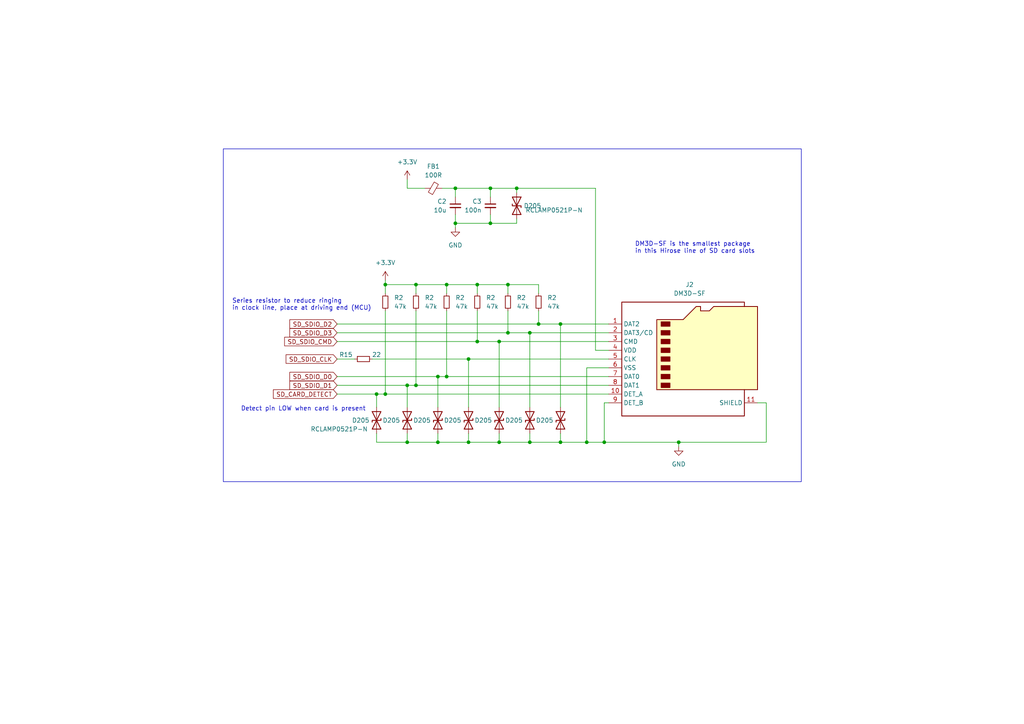
<source format=kicad_sch>
(kicad_sch (version 20231120) (generator "eeschema") (generator_version "8.0")
  (paper "A4")
  (lib_symbols
    (symbol "Connector:Micro_SD_Card_Det2"
      (property "Reference" "J" (at -16.51 17.78 0))
      (property "Value" "Micro_SD_Card_Det2" (at 16.51 17.78 0))
      (symbol "Micro_SD_Card_Det2_0_1"
        (rectangle (start -7.62 -6.985) (end -5.08 -8.255) (stroke (width 0.254)) (fill (type outline)))
        (rectangle (start -7.62 -4.445) (end -5.08 -5.715) (stroke (width 0.254)) (fill (type outline)))
        (rectangle (start -7.62 -1.905) (end -5.08 -3.175) (stroke (width 0.254)) (fill (type outline)))
        (rectangle (start -7.62 0.635) (end -5.08 -0.635) (stroke (width 0.254)) (fill (type outline)))
        (rectangle (start -7.62 3.175) (end -5.08 1.905) (stroke (width 0.254)) (fill (type outline)))
        (rectangle (start -7.62 5.715) (end -5.08 4.445) (stroke (width 0.254)) (fill (type outline)))
        (rectangle (start -7.62 8.255) (end -5.08 6.985) (stroke (width 0.254)) (fill (type outline)))
        (rectangle (start -7.62 10.795) (end -5.08 9.525) (stroke (width 0.254)) (fill (type outline)))
        (polyline (pts (xy 16.51 15.24) (xy 16.51 16.51) (xy -19.05 16.51) (xy -19.05 -16.51) (xy 16.51 -16.51) (xy 16.51 -8.89)) (stroke (width 0.254)))
        (polyline (pts (xy -8.89 -8.89) (xy -8.89 11.43) (xy -1.27 11.43) (xy 2.54 15.24) (xy 3.81 15.24) (xy 3.81 13.97) (xy 6.35 13.97) (xy 7.62 15.24) (xy 20.32 15.24) (xy 20.32 -8.89) (xy -8.89 -8.89)) (stroke (width 0.254)) (fill (type background)))
      )
      (symbol "Micro_SD_Card_Det2_1_1"
        (pin bidirectional line (at -22.86 10.16 0) (length 3.81) (name "DAT2") (number "1"))
        (pin passive line (at -22.86 -10.16 0) (length 3.81) (name "DET_A") (number "10"))
        (pin passive line (at 20.32 -12.7 180) (length 3.81) (name "SHIELD") (number "11"))
        (pin bidirectional line (at -22.86 7.62 0) (length 3.81) (name "DAT3/CD") (number "2"))
        (pin input line (at -22.86 5.08 0) (length 3.81) (name "CMD") (number "3"))
        (pin power_in line (at -22.86 2.54 0) (length 3.81) (name "VDD") (number "4"))
        (pin input line (at -22.86 0 0) (length 3.81) (name "CLK") (number "5"))
        (pin power_in line (at -22.86 -2.54 0) (length 3.81) (name "VSS") (number "6"))
        (pin bidirectional line (at -22.86 -5.08 0) (length 3.81) (name "DAT0") (number "7"))
        (pin bidirectional line (at -22.86 -7.62 0) (length 3.81) (name "DAT1") (number "8"))
        (pin passive line (at -22.86 -12.7 0) (length 3.81) (name "DET_B") (number "9"))
      )
    )
    (symbol "Device:C_Small" (pin_numbers hide) (pin_names (offset 0.254) hide)
      (property "Reference" "C" (at 0.254 1.778 0))
      (property "Value" "C_Small" (at 0.254 -2.032 0))
      (symbol "C_Small_0_1"
        (polyline (pts (xy -1.524 -0.508) (xy 1.524 -0.508)) (stroke (width 0.3302)))
        (polyline (pts (xy -1.524 0.508) (xy 1.524 0.508)) (stroke (width 0.3048)))
      )
      (symbol "C_Small_1_1"
        (pin passive line (at 0 2.54 270) (length 2.032) (name "~") (number "1"))
        (pin passive line (at 0 -2.54 90) (length 2.032) (name "~") (number "2"))
      )
    )
    (symbol "Device:D_TVS" (pin_numbers hide) (pin_names (offset 1.016) hide)
      (property "Reference" "D" (at 0 2.54 0))
      (property "Value" "D_TVS" (at 0 -2.54 0))
      (symbol "D_TVS_0_1"
        (polyline (pts (xy 1.27 0) (xy -1.27 0)))
        (polyline (pts (xy 0.508 1.27) (xy 0 1.27) (xy 0 -1.27) (xy -0.508 -1.27)) (stroke (width 0.254)))
        (polyline (pts (xy -2.54 1.27) (xy -2.54 -1.27) (xy 2.54 1.27) (xy 2.54 -1.27) (xy -2.54 1.27)) (stroke (width 0.254)))
      )
      (symbol "D_TVS_1_1"
        (pin passive line (at -3.81 0 0) (length 2.54) (name "A1") (number "1"))
        (pin passive line (at 3.81 0 180) (length 2.54) (name "A2") (number "2"))
      )
    )
    (symbol "Device:FerriteBead_Small" (pin_numbers hide) (pin_names (offset 0))
      (property "Reference" "FB" (at 1.905 1.27 0))
      (property "Value" "FerriteBead_Small" (at 1.905 -1.27 0))
      (symbol "FerriteBead_Small_0_1"
        (polyline (pts (xy 0 -1.27) (xy 0 -0.7874)))
        (polyline (pts (xy 0 0.889) (xy 0 1.2954)))
        (polyline (pts (xy -1.8288 0.2794) (xy -1.1176 1.4986) (xy 1.8288 -0.2032) (xy 1.1176 -1.4224) (xy -1.8288 0.2794)))
      )
      (symbol "FerriteBead_Small_1_1"
        (pin passive line (at 0 2.54 270) (length 1.27) (name "~") (number "1"))
        (pin passive line (at 0 -2.54 90) (length 1.27) (name "~") (number "2"))
      )
    )
    (symbol "Device:R_Small" (pin_numbers hide) (pin_names (offset 0.254) hide)
      (property "Reference" "R" (at 0.762 0.508 0))
      (property "Value" "R_Small" (at 0.762 -1.016 0))
      (symbol "R_Small_0_1"
        (rectangle (start -0.762 1.778) (end 0.762 -1.778) (stroke (width 0.2032)))
      )
      (symbol "R_Small_1_1"
        (pin passive line (at 0 2.54 270) (length 0.762) (name "~") (number "1"))
        (pin passive line (at 0 -2.54 90) (length 0.762) (name "~") (number "2"))
      )
    )
    (symbol "power:+3.3V" (power) (pin_names (offset 0))
      (property "Value" "+3.3V" (at 0 3.556 0))
      (symbol "+3.3V_0_1"
        (polyline (pts (xy -0.762 1.27) (xy 0 2.54)))
        (polyline (pts (xy 0 0) (xy 0 2.54)))
        (polyline (pts (xy 0 2.54) (xy 0.762 1.27)))
      )
      (symbol "+3.3V_1_1"
        (pin power_in line (at 0 0 90) (length 0) hide (name "+3.3V") (number "1"))
      )
    )
    (symbol "power:GND" (power) (pin_names (offset 0))
      (property "Value" "GND" (at 0 -3.81 0))
      (symbol "GND_0_1"
        (polyline (pts (xy 0 0) (xy 0 -1.27) (xy 1.27 -1.27) (xy 0 -2.54) (xy -1.27 -1.27) (xy 0 -1.27)))
      )
      (symbol "GND_1_1"
        (pin power_in line (at 0 0 270) (length 0) hide (name "GND") (number "1"))
      )
    )
  )
  (junction (at 142.24 64.77))
  (junction (at 156.21 93.98))
  (junction (at 135.89 104.14))
  (junction (at 170.18 128.27))
  (junction (at 162.56 128.27))
  (junction (at 147.32 96.52))
  (junction (at 129.54 82.55))
  (junction (at 118.11 128.27))
  (junction (at 142.24 54.61))
  (junction (at 132.08 54.61))
  (junction (at 127 128.27))
  (junction (at 120.65 111.76))
  (junction (at 118.11 111.76))
  (junction (at 132.08 64.77))
  (junction (at 111.76 114.3))
  (junction (at 147.32 82.55))
  (junction (at 162.56 93.98))
  (junction (at 129.54 109.22))
  (junction (at 144.78 99.06))
  (junction (at 144.78 128.27))
  (junction (at 120.65 82.55))
  (junction (at 127 109.22))
  (junction (at 138.43 99.06))
  (junction (at 153.67 128.27))
  (junction (at 153.67 96.52))
  (junction (at 135.89 128.27))
  (junction (at 138.43 82.55))
  (junction (at 149.86 54.61))
  (junction (at 175.26 128.27))
  (junction (at 111.76 82.55))
  (junction (at 196.85 128.27))
  (junction (at 109.22 114.3))
  (wire (pts (xy 170.18 128.27) (xy 175.26 128.27)))
  (wire (pts (xy 138.43 90.17) (xy 138.43 99.06)))
  (wire (pts (xy 118.11 52.07) (xy 118.11 54.61)))
  (wire (pts (xy 147.32 82.55) (xy 147.32 85.09)))
  (wire (pts (xy 132.08 54.61) (xy 142.24 54.61)))
  (wire (pts (xy 120.65 111.76) (xy 176.53 111.76)))
  (wire (pts (xy 97.79 111.76) (xy 118.11 111.76)))
  (wire (pts (xy 156.21 90.17) (xy 156.21 93.98)))
  (wire (pts (xy 219.71 116.84) (xy 222.25 116.84)))
  (wire (pts (xy 97.79 96.52) (xy 147.32 96.52)))
  (wire (pts (xy 138.43 82.55) (xy 129.54 82.55)))
  (wire (pts (xy 144.78 99.06) (xy 144.78 118.11)))
  (wire (pts (xy 135.89 104.14) (xy 176.53 104.14)))
  (wire (pts (xy 142.24 64.77) (xy 149.86 64.77)))
  (wire (pts (xy 120.65 82.55) (xy 120.65 85.09)))
  (wire (pts (xy 111.76 82.55) (xy 111.76 85.09)))
  (wire (pts (xy 142.24 62.23) (xy 142.24 64.77)))
  (wire (pts (xy 132.08 54.61) (xy 132.08 57.15)))
  (wire (pts (xy 127 128.27) (xy 135.89 128.27)))
  (wire (pts (xy 147.32 96.52) (xy 153.67 96.52)))
  (wire (pts (xy 162.56 128.27) (xy 170.18 128.27)))
  (wire (pts (xy 175.26 116.84) (xy 176.53 116.84)))
  (wire (pts (xy 135.89 125.73) (xy 135.89 128.27)))
  (wire (pts (xy 142.24 54.61) (xy 149.86 54.61)))
  (wire (pts (xy 142.24 54.61) (xy 142.24 57.15)))
  (wire (pts (xy 129.54 109.22) (xy 176.53 109.22)))
  (wire (pts (xy 129.54 82.55) (xy 120.65 82.55)))
  (wire (pts (xy 97.79 93.98) (xy 156.21 93.98)))
  (wire (pts (xy 111.76 114.3) (xy 176.53 114.3)))
  (wire (pts (xy 156.21 93.98) (xy 162.56 93.98)))
  (wire (pts (xy 196.85 128.27) (xy 196.85 129.54)))
  (wire (pts (xy 132.08 64.77) (xy 132.08 66.04)))
  (wire (pts (xy 120.65 90.17) (xy 120.65 111.76)))
  (wire (pts (xy 127 125.73) (xy 127 128.27)))
  (wire (pts (xy 170.18 106.68) (xy 176.53 106.68)))
  (wire (pts (xy 109.22 125.73) (xy 109.22 128.27)))
  (wire (pts (xy 118.11 128.27) (xy 127 128.27)))
  (wire (pts (xy 111.76 81.28) (xy 111.76 82.55)))
  (wire (pts (xy 175.26 128.27) (xy 196.85 128.27)))
  (wire (pts (xy 127 109.22) (xy 129.54 109.22)))
  (wire (pts (xy 138.43 82.55) (xy 138.43 85.09)))
  (wire (pts (xy 127 109.22) (xy 127 118.11)))
  (wire (pts (xy 162.56 125.73) (xy 162.56 128.27)))
  (wire (pts (xy 111.76 82.55) (xy 120.65 82.55)))
  (wire (pts (xy 132.08 62.23) (xy 132.08 64.77)))
  (wire (pts (xy 135.89 104.14) (xy 135.89 118.11)))
  (wire (pts (xy 97.79 104.14) (xy 102.87 104.14)))
  (wire (pts (xy 149.86 64.77) (xy 149.86 63.5)))
  (wire (pts (xy 118.11 111.76) (xy 120.65 111.76)))
  (wire (pts (xy 162.56 93.98) (xy 162.56 118.11)))
  (wire (pts (xy 107.95 104.14) (xy 135.89 104.14)))
  (wire (pts (xy 153.67 128.27) (xy 162.56 128.27)))
  (wire (pts (xy 144.78 128.27) (xy 153.67 128.27)))
  (wire (pts (xy 175.26 116.84) (xy 175.26 128.27)))
  (wire (pts (xy 156.21 85.09) (xy 156.21 82.55)))
  (wire (pts (xy 147.32 90.17) (xy 147.32 96.52)))
  (wire (pts (xy 138.43 99.06) (xy 144.78 99.06)))
  (wire (pts (xy 153.67 125.73) (xy 153.67 128.27)))
  (wire (pts (xy 153.67 96.52) (xy 153.67 118.11)))
  (wire (pts (xy 97.79 99.06) (xy 138.43 99.06)))
  (wire (pts (xy 176.53 101.6) (xy 172.72 101.6)))
  (wire (pts (xy 170.18 106.68) (xy 170.18 128.27)))
  (wire (pts (xy 118.11 111.76) (xy 118.11 118.11)))
  (wire (pts (xy 129.54 82.55) (xy 129.54 85.09)))
  (wire (pts (xy 156.21 82.55) (xy 147.32 82.55)))
  (wire (pts (xy 109.22 128.27) (xy 118.11 128.27)))
  (wire (pts (xy 135.89 128.27) (xy 144.78 128.27)))
  (wire (pts (xy 144.78 125.73) (xy 144.78 128.27)))
  (wire (pts (xy 147.32 82.55) (xy 138.43 82.55)))
  (wire (pts (xy 109.22 114.3) (xy 111.76 114.3)))
  (wire (pts (xy 118.11 125.73) (xy 118.11 128.27)))
  (wire (pts (xy 111.76 90.17) (xy 111.76 114.3)))
  (wire (pts (xy 153.67 96.52) (xy 176.53 96.52)))
  (wire (pts (xy 128.27 54.61) (xy 132.08 54.61)))
  (wire (pts (xy 129.54 90.17) (xy 129.54 109.22)))
  (wire (pts (xy 97.79 114.3) (xy 109.22 114.3)))
  (wire (pts (xy 132.08 64.77) (xy 142.24 64.77)))
  (wire (pts (xy 222.25 116.84) (xy 222.25 128.27)))
  (wire (pts (xy 144.78 99.06) (xy 176.53 99.06)))
  (wire (pts (xy 97.79 109.22) (xy 127 109.22)))
  (wire (pts (xy 196.85 128.27) (xy 222.25 128.27)))
  (wire (pts (xy 162.56 93.98) (xy 176.53 93.98)))
  (wire (pts (xy 109.22 114.3) (xy 109.22 118.11)))
  (wire (pts (xy 149.86 54.61) (xy 149.86 55.88)))
  (wire (pts (xy 118.11 54.61) (xy 123.19 54.61)))
  (wire (pts (xy 172.72 54.61) (xy 172.72 101.6)))
  (wire (pts (xy 149.86 54.61) (xy 172.72 54.61)))
  (rectangle (start 64.77 43.18) (end 232.41 139.7))
  (text "DM3D-SF is the smallest package \nin this Hirose line of SD card slots" (at 184.15 73.66 0) (effects (font (size 1.27 1.27)) (justify left bottom)))
  (text "Detect pin LOW when card is present" (at 69.85 119.38 0) (effects (font (size 1.27 1.27)) (justify left bottom)))
  (text "Series resistor to reduce ringing \nin clock line, place at driving end (MCU)\n" (at 67.31 90.17 0) (effects (font (size 1.27 1.27)) (justify left bottom)))
  (global_label "SD_SDIO_D0" (shape input) (at 97.79 109.22 180) (property "Intersheetrefs" "${INTERSHEET_REFS}" (effects (hide yes))))
  (global_label "SD_SDIO_D1" (shape input) (at 97.79 111.76 180) (property "Intersheetrefs" "${INTERSHEET_REFS}" (effects (hide yes))))
  (global_label "SD_SDIO_D2" (shape input) (at 97.79 93.98 180) (property "Intersheetrefs" "${INTERSHEET_REFS}" (effects (hide yes))))
  (global_label "SD_SDIO_CMD" (shape input) (at 97.79 99.06 180) (property "Intersheetrefs" "${INTERSHEET_REFS}" (effects (hide yes))))
  (global_label "SD_SDIO_CLK" (shape input) (at 97.79 104.14 180) (property "Intersheetrefs" "${INTERSHEET_REFS}" (effects (hide yes))))
  (global_label "SD_SDIO_D3" (shape input) (at 97.79 96.52 180) (property "Intersheetrefs" "${INTERSHEET_REFS}" (effects (hide yes))))
  (global_label "SD_CARD_DETECT" (shape input) (at 97.79 114.3 180) (property "Intersheetrefs" "${INTERSHEET_REFS}" (effects (hide yes))))
  (symbol (lib_id "Device:R_Small") (at 129.54 87.63 0) (unit 1)
    (property "Reference" "R2" (at 132.08 86.36 0) (effects (justify left)))
    (property "Value" "47k" (at 132.08 88.9 0) (effects (justify left)))
    (property "Footprint" "Resistor_SMD:R_0402_1005Metric" (effects (hide yes)))
    (property "LCSC" "C25792" (effects (hide yes)))
    (instances (project "CloverIMU_REV2" (path "" (reference "R2") (unit 1)) (path "" (reference "R504") (unit 1))))
  )
  (symbol (lib_id "Device:R_Small") (at 147.32 87.63 0) (unit 1)
    (property "Reference" "R2" (at 149.86 86.36 0) (effects (justify left)))
    (property "Value" "47k" (at 149.86 88.9 0) (effects (justify left)))
    (property "Footprint" "Resistor_SMD:R_0402_1005Metric" (effects (hide yes)))
    (property "LCSC" "C25792" (effects (hide yes)))
    (instances (project "CloverIMU_REV2" (path "" (reference "R2") (unit 1)) (path "" (reference "R506") (unit 1))))
  )
  (symbol (lib_id "Device:D_TVS") (at 135.89 121.92 90) (mirror x) (unit 1)
    (property "Reference" "D205" (at 133.858 121.92 90) (effects (justify left)))
    (property "Value" "RCLAMP0521P-N" (effects (hide yes)))
    (property "Footprint" "Diode_SMD:D_0402_1005Metric" (effects (hide yes)))
    (property "LCSC" "C316043" (effects (hide yes)))
    (instances (project "BluePhil" (path "" (reference "D205") (unit 1))) (project "CloverIMU_REV2" (path "" (reference "D?") (unit 1)) (path "" (reference "D5") (unit 1)) (path "" (reference "D504") (unit 1))))
  )
  (symbol (lib_id "Device:R_Small") (at 120.65 87.63 0) (unit 1)
    (property "Reference" "R2" (at 123.19 86.36 0) (effects (justify left)))
    (property "Value" "47k" (at 123.19 88.9 0) (effects (justify left)))
    (property "Footprint" "Resistor_SMD:R_0402_1005Metric" (effects (hide yes)))
    (property "LCSC" "C25792" (effects (hide yes)))
    (instances (project "CloverIMU_REV2" (path "" (reference "R2") (unit 1)) (path "" (reference "R503") (unit 1))))
  )
  (symbol (lib_id "Device:C_Small") (at 142.24 59.69 0) (mirror y) (unit 1)
    (property "Reference" "C3" (at 139.7 58.42 0) (effects (justify left)))
    (property "Value" "100n" (at 139.7 60.96 0) (effects (justify left)))
    (property "Footprint" "Capacitor_SMD:C_0402_1005Metric" (effects (hide yes)))
    (property "LCSC" "C1525" (effects (hide yes)))
    (instances (project "CloverIMU_REV2" (path "" (reference "C3") (unit 1)) (path "" (reference "C502") (unit 1))))
  )
  (symbol (lib_id "power:+3.3V") (at 111.76 81.28 0) (unit 1)
    (property "Reference" "#PWR03" (effects (hide yes)))
    (property "Value" "+3.3V" (at 111.76 76.2 0))
    (instances (project "CloverIMU_REV2" (path "" (reference "#PWR03") (unit 1)) (path "" (reference "#PWR0501") (unit 1))))
  )
  (symbol (lib_id "Device:D_TVS") (at 127 121.92 90) (mirror x) (unit 1)
    (property "Reference" "D205" (at 124.968 121.92 90) (effects (justify left)))
    (property "Value" "RCLAMP0521P-N" (effects (hide yes)))
    (property "Footprint" "Diode_SMD:D_0402_1005Metric" (effects (hide yes)))
    (property "LCSC" "C316043" (effects (hide yes)))
    (instances (project "BluePhil" (path "" (reference "D205") (unit 1))) (project "CloverIMU_REV2" (path "" (reference "D?") (unit 1)) (path "" (reference "D5") (unit 1)) (path "" (reference "D503") (unit 1))))
  )
  (symbol (lib_id "Device:D_TVS") (at 153.67 121.92 90) (mirror x) (unit 1)
    (property "Reference" "D205" (at 151.638 121.92 90) (effects (justify left)))
    (property "Value" "RCLAMP0521P-N" (effects (hide yes)))
    (property "Footprint" "Diode_SMD:D_0402_1005Metric" (effects (hide yes)))
    (property "LCSC" "C316043" (effects (hide yes)))
    (instances (project "BluePhil" (path "" (reference "D205") (unit 1))) (project "CloverIMU_REV2" (path "" (reference "D?") (unit 1)) (path "" (reference "D5") (unit 1)) (path "" (reference "D507") (unit 1))))
  )
  (symbol (lib_id "power:+3.3V") (at 118.11 52.07 0) (unit 1)
    (property "Reference" "#PWR04" (effects (hide yes)))
    (property "Value" "+3.3V" (at 118.11 46.99 0))
    (instances (project "CloverIMU_REV2" (path "" (reference "#PWR04") (unit 1)) (path "" (reference "#PWR0502") (unit 1))))
  )
  (symbol (lib_id "Device:R_Small") (at 111.76 87.63 0) (unit 1)
    (property "Reference" "R2" (at 114.3 86.36 0) (effects (justify left)))
    (property "Value" "47k" (at 114.3 88.9 0) (effects (justify left)))
    (property "Footprint" "Resistor_SMD:R_0402_1005Metric" (effects (hide yes)))
    (property "LCSC" "C25792" (effects (hide yes)))
    (instances (project "CloverIMU_REV2" (path "" (reference "R2") (unit 1)) (path "" (reference "R502") (unit 1))))
  )
  (symbol (lib_id "Device:D_TVS") (at 109.22 121.92 90) (mirror x) (unit 1)
    (property "Reference" "D205" (at 107.188 121.92 90) (effects (justify left)))
    (property "Value" "RCLAMP0521P-N" (at 106.68 124.46 90) (effects (justify left)))
    (property "Footprint" "Diode_SMD:D_0402_1005Metric" (effects (hide yes)))
    (property "LCSC" "C316043" (effects (hide yes)))
    (instances (project "BluePhil" (path "" (reference "D205") (unit 1))) (project "CloverIMU_REV2" (path "" (reference "D?") (unit 1)) (path "" (reference "D5") (unit 1)) (path "" (reference "D501") (unit 1))))
  )
  (symbol (lib_id "Device:D_TVS") (at 162.56 121.92 90) (mirror x) (unit 1)
    (property "Reference" "D205" (at 160.528 121.92 90) (effects (justify left)))
    (property "Value" "RCLAMP0521P-N" (effects (hide yes)))
    (property "Footprint" "Diode_SMD:D_0402_1005Metric" (effects (hide yes)))
    (property "LCSC" "C316043" (effects (hide yes)))
    (instances (project "BluePhil" (path "" (reference "D205") (unit 1))) (project "CloverIMU_REV2" (path "" (reference "D?") (unit 1)) (path "" (reference "D5") (unit 1)) (path "" (reference "D508") (unit 1))))
  )
  (symbol (lib_id "Device:R_Small") (at 156.21 87.63 0) (unit 1)
    (property "Reference" "R2" (at 158.75 86.36 0) (effects (justify left)))
    (property "Value" "47k" (at 158.75 88.9 0) (effects (justify left)))
    (property "Footprint" "Resistor_SMD:R_0402_1005Metric" (effects (hide yes)))
    (property "LCSC" "C25792" (effects (hide yes)))
    (instances (project "CloverIMU_REV2" (path "" (reference "R2") (unit 1)) (path "" (reference "R507") (unit 1))))
  )
  (symbol (lib_id "Device:D_TVS") (at 149.86 59.69 270) (unit 1)
    (property "Reference" "D205" (at 151.892 59.69 90) (effects (justify left)))
    (property "Value" "RCLAMP0521P-N" (at 152.4 60.96 90) (effects (justify left)))
    (property "Footprint" "Diode_SMD:D_0402_1005Metric" (effects (hide yes)))
    (property "LCSC" "C316043" (effects (hide yes)))
    (instances (project "BluePhil" (path "" (reference "D205") (unit 1))) (project "CloverIMU_REV2" (path "" (reference "D?") (unit 1)) (path "" (reference "D5") (unit 1)) (path "" (reference "D506") (unit 1))))
  )
  (symbol (lib_id "Device:R_Small") (at 105.41 104.14 270) (unit 1)
    (property "Reference" "R15" (at 100.33 102.87 90))
    (property "Value" "22" (at 109.22 102.87 90))
    (property "Footprint" "Resistor_SMD:R_0402_1005Metric" (effects (hide yes)))
    (property "LCSC" "C25092" (effects (hide yes)))
    (instances (project "CloverIMU_REV2" (path "" (reference "R15") (unit 1)) (path "" (reference "R501") (unit 1))) (project "BluePhil" (path "" (reference "R206") (unit 1))))
  )
  (symbol (lib_id "power:GND") (at 196.85 129.54 0) (unit 1)
    (property "Reference" "#PWR014" (effects (hide yes)))
    (property "Value" "GND" (at 196.85 134.62 0))
    (instances (project "CloverIMU_REV2" (path "" (reference "#PWR014") (unit 1)) (path "" (reference "#PWR0504") (unit 1))))
  )
  (symbol (lib_id "Device:D_TVS") (at 118.11 121.92 90) (mirror x) (unit 1)
    (property "Reference" "D205" (at 116.078 121.92 90) (effects (justify left)))
    (property "Value" "RCLAMP0521P-N" (effects (hide yes)))
    (property "Footprint" "Diode_SMD:D_0402_1005Metric" (effects (hide yes)))
    (property "LCSC" "C316043" (effects (hide yes)))
    (instances (project "BluePhil" (path "" (reference "D205") (unit 1))) (project "CloverIMU_REV2" (path "" (reference "D?") (unit 1)) (path "" (reference "D5") (unit 1)) (path "" (reference "D502") (unit 1))))
  )
  (symbol (lib_id "Device:C_Small") (at 132.08 59.69 0) (mirror y) (unit 1)
    (property "Reference" "C2" (at 129.54 58.4263 0) (effects (justify left)))
    (property "Value" "10u" (at 129.54 60.9663 0) (effects (justify left)))
    (property "Footprint" "Capacitor_SMD:C_0603_1608Metric" (effects (hide yes)))
    (property "LCSC" "C19702" (effects (hide yes)))
    (instances (project "CloverIMU_REV2" (path "" (reference "C2") (unit 1)) (path "" (reference "C501") (unit 1))))
  )
  (symbol (lib_id "Connector:Micro_SD_Card_Det2") (at 199.39 104.14 0) (unit 1)
    (property "Reference" "J2" (at 200.025 82.55 0))
    (property "Value" "DM3D-SF" (at 200.025 85.09 0))
    (property "Footprint" "Connector_Card:microSD_HC_Hirose_DM3D-SF" (effects (hide yes)))
    (property "Datasheet" "https://www.hirose.com/en/product/document?clcode=&productname=&series=DM3&documenttype=Catalog&lang=en&documentid=D49662_en" (effects (hide yes)))
    (property "LCSC" "C719027" (effects (hide yes)))
    (instances (project "CloverIMU_REV2" (path "" (reference "J2") (unit 1)) (path "" (reference "J501") (unit 1))))
  )
  (symbol (lib_id "Device:D_TVS") (at 144.78 121.92 90) (mirror x) (unit 1)
    (property "Reference" "D205" (at 142.748 121.92 90) (effects (justify left)))
    (property "Value" "RCLAMP0521P-N" (effects (hide yes)))
    (property "Footprint" "Diode_SMD:D_0402_1005Metric" (effects (hide yes)))
    (property "LCSC" "C316043" (effects (hide yes)))
    (instances (project "BluePhil" (path "" (reference "D205") (unit 1))) (project "CloverIMU_REV2" (path "" (reference "D?") (unit 1)) (path "" (reference "D5") (unit 1)) (path "" (reference "D505") (unit 1))))
  )
  (symbol (lib_id "Device:R_Small") (at 138.43 87.63 0) (unit 1)
    (property "Reference" "R2" (at 140.97 86.36 0) (effects (justify left)))
    (property "Value" "47k" (at 140.97 88.9 0) (effects (justify left)))
    (property "Footprint" "Resistor_SMD:R_0402_1005Metric" (effects (hide yes)))
    (property "LCSC" "C25792" (effects (hide yes)))
    (instances (project "CloverIMU_REV2" (path "" (reference "R2") (unit 1)) (path "" (reference "R505") (unit 1))))
  )
  (symbol (lib_id "power:GND") (at 132.08 66.04 0) (unit 1)
    (property "Reference" "#PWR06" (effects (hide yes)))
    (property "Value" "GND" (at 132.08 71.12 0))
    (instances (project "CloverIMU_REV2" (path "" (reference "#PWR06") (unit 1)) (path "" (reference "#PWR0503") (unit 1))))
  )
  (symbol (lib_id "Device:FerriteBead_Small") (at 125.73 54.61 90) (unit 1)
    (property "Reference" "FB1" (at 125.6919 48.26 90))
    (property "Value" "100R" (at 125.6919 50.8 90))
    (property "Footprint" "Inductor_SMD:L_0603_1608Metric" (effects (hide yes)))
    (property "LCSC" "C1002" (effects (hide yes)))
    (instances (project "CloverIMU_REV2" (path "" (reference "FB1") (unit 1)) (path "" (reference "FB501") (unit 1))))
  )
)
</source>
